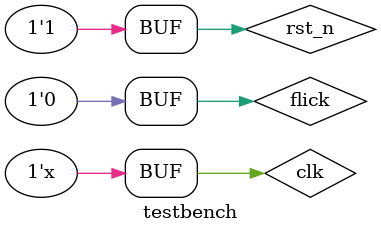
<source format=v>
`timescale 1ns/1ns

module testbench();



reg clk, rst_n, flick;


wire [15:0] LED;



Flash_bounder uut(clk,rst_n,flick,LED);




initial
begin

	clk = 0;

	rst_n = 1;
	
	flick = 0;
	
	#2;
	
	rst_n = 0;
	
	
	#6;
	
	rst_n = 1;
	
	#24;
	
	flick = 1;
	
	#6 ;
	
	flick = 0;
	
	#2; 
	
	#290;
	
	#2;
	
	flick = 1;
	
	#6;
	
	flick = 0;
	
	#2;
	
	#60;
	
	#2;
	
	flick = 1;
	
	#6;
	
	flick = 0;
	
	

end




always #5 clk = ~clk;

endmodule
//
//
//
//
//
//
//wire out;
//
//
//
//Flash_bounder uut(clk,rst_n,out);
//
//
//initial
//begin
//
//	clk = 0;
//	
//	rst_n = 1;
//	
//	
//	#2;
//	
//	rst_n = 0;
//	
//	
//	#5;
//	
//	rst_n = 1;
//	
//	
//	
//end
//
//
//
//
//always #5 clk = ~clk;
//
//
//
//
//endmodule
</source>
